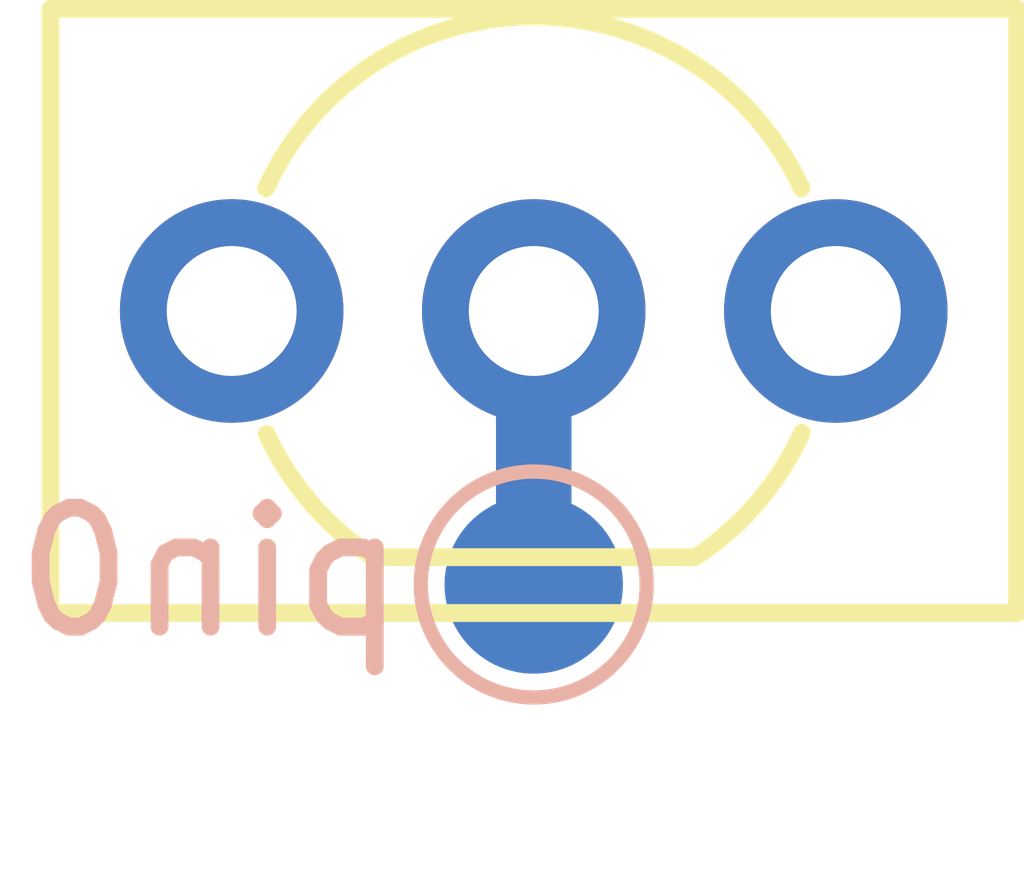
<source format=kicad_pcb>
(kicad_pcb (version 20171130) (host pcbnew "(5.1.9-0-10_14)")

  (general
    (thickness 1.6)
    (drawings 1)
    (tracks 1)
    (zones 0)
    (modules 2)
    (nets 4)
  )

  (page A4)
  (layers
    (0 F.Cu signal)
    (31 B.Cu signal)
    (32 B.Adhes user)
    (33 F.Adhes user)
    (34 B.Paste user)
    (35 F.Paste user)
    (36 B.SilkS user)
    (37 F.SilkS user)
    (38 B.Mask user)
    (39 F.Mask user)
    (40 Dwgs.User user)
    (41 Cmts.User user)
    (42 Eco1.User user)
    (43 Eco2.User user)
    (44 Edge.Cuts user)
    (45 Margin user)
    (46 B.CrtYd user hide)
    (47 F.CrtYd user hide)
    (48 B.Fab user hide)
    (49 F.Fab user hide)
  )

  (setup
    (last_trace_width 0.1524)
    (user_trace_width 0.1524)
    (user_trace_width 0.254)
    (user_trace_width 0.4064)
    (user_trace_width 0.635)
    (trace_clearance 0.1524)
    (zone_clearance 0.508)
    (zone_45_only no)
    (trace_min 0.1524)
    (via_size 0.6858)
    (via_drill 0.3048)
    (via_min_size 0.6858)
    (via_min_drill 0.3048)
    (uvia_size 0.3048)
    (uvia_drill 0.1524)
    (uvias_allowed no)
    (uvia_min_size 0.2)
    (uvia_min_drill 0.1)
    (edge_width 0.15)
    (segment_width 0.15)
    (pcb_text_width 0.3)
    (pcb_text_size 1.5 1.5)
    (mod_edge_width 0.15)
    (mod_text_size 1 1)
    (mod_text_width 0.15)
    (pad_size 1.8796 1.8796)
    (pad_drill 1.0922)
    (pad_to_mask_clearance 0.2)
    (aux_axis_origin 0 0)
    (visible_elements FFFFFF7F)
    (pcbplotparams
      (layerselection 0x010fc_ffffffff)
      (usegerberextensions false)
      (usegerberattributes false)
      (usegerberadvancedattributes false)
      (creategerberjobfile false)
      (excludeedgelayer true)
      (linewidth 0.100000)
      (plotframeref false)
      (viasonmask false)
      (mode 1)
      (useauxorigin false)
      (hpglpennumber 1)
      (hpglpenspeed 20)
      (hpglpendiameter 15.000000)
      (psnegative false)
      (psa4output false)
      (plotreference true)
      (plotvalue true)
      (plotinvisibletext false)
      (padsonsilk false)
      (subtractmaskfromsilk false)
      (outputformat 1)
      (mirror false)
      (drillshape 1)
      (scaleselection 1)
      (outputdirectory ""))
  )

  (net 0 "")
  (net 1 "Net-(Pin0-Pad1)")
  (net 2 GND)
  (net 3 +3V3)

  (net_class Default "This is the default net class."
    (clearance 0.1524)
    (trace_width 0.1524)
    (via_dia 0.6858)
    (via_drill 0.3048)
    (uvia_dia 0.3048)
    (uvia_drill 0.1524)
    (diff_pair_width 0.1524)
    (diff_pair_gap 0.1524)
    (add_net +3V3)
    (add_net GND)
    (add_net "Net-(Pin0-Pad1)")
  )

  (module Switch_Thonk:SW_SPDT_Dailywell (layer F.Cu) (tedit 623B60CF) (tstamp 608ACBB9)
    (at 0 0 90)
    (path /5FD259E4)
    (fp_text reference ZZ1 (at 0 5.08 90) (layer F.SilkS) hide
      (effects (font (size 1 1) (thickness 0.15)))
    )
    (fp_text value SW_SPDT (at 0 -5.08 90) (layer F.Fab)
      (effects (font (size 1 1) (thickness 0.15)))
    )
    (fp_line (start -2.0701 -1.35128) (end -2.0701 1.35128) (layer F.SilkS) (width 0.15))
    (fp_line (start 2.54 -4.064) (end 2.54 4.064) (layer F.SilkS) (width 0.15))
    (fp_line (start -2.54 -4.064) (end -2.54 4.064) (layer F.SilkS) (width 0.15))
    (fp_line (start -2.54 4.064) (end 2.54 4.064) (layer F.SilkS) (width 0.15))
    (fp_line (start -2.54 -4.064) (end 2.54 -4.064) (layer F.SilkS) (width 0.15))
    (fp_arc (start 0 0) (end 2.4765 0) (angle -65.38985762) (layer F.SilkS) (width 0.15))
    (fp_arc (start 0 0) (end -1.033779 -2.245359) (angle -32.27419574) (layer F.SilkS) (width 0.15))
    (fp_arc (start 0 0) (end 2.4765 0) (angle 65.4) (layer F.SilkS) (width 0.15))
    (fp_arc (start 0 0) (end -2.070099 1.358899) (angle -32.3) (layer F.SilkS) (width 0.15))
    (pad 2 thru_hole circle (at 0 0 90) (size 1.8796 1.8796) (drill 1.0922) (layers *.Cu *.Mask)
      (net 1 "Net-(Pin0-Pad1)"))
    (pad 3 thru_hole circle (at 0 -2.54 90) (size 1.8796 1.8796) (drill 1.0922) (layers *.Cu *.Mask)
      (net 2 GND))
    (pad 1 thru_hole circle (at 0 2.54 90) (size 1.8796 1.8796) (drill 1.0922) (layers *.Cu *.Mask)
      (net 3 +3V3))
  )

  (module TestPoint:TestPoint_Pad_D1.5mm (layer B.Cu) (tedit 5A0F774F) (tstamp 60B93912)
    (at 0 2.3)
    (descr "SMD pad as test Point, diameter 1.5mm")
    (tags "test point SMD pad")
    (path /60B942BC)
    (attr virtual)
    (fp_text reference Pin0 (at 0 -4.064) (layer B.SilkS) hide
      (effects (font (size 1 1) (thickness 0.15)) (justify mirror))
    )
    (fp_text value TestPoint (at 0 -1.75) (layer B.Fab)
      (effects (font (size 1 1) (thickness 0.15)) (justify mirror))
    )
    (fp_circle (center 0 0) (end 0 -0.95) (layer B.SilkS) (width 0.12))
    (fp_circle (center 0 0) (end 1.25 0) (layer B.CrtYd) (width 0.05))
    (fp_text user %R (at 0 1.65) (layer B.Fab)
      (effects (font (size 1 1) (thickness 0.15)) (justify mirror))
    )
    (pad 1 smd circle (at 0 0) (size 1.5 1.5) (layers B.Cu B.Mask)
      (net 1 "Net-(Pin0-Pad1)"))
  )

  (gr_text pin0 (at -1 2.2) (layer B.SilkS) (tstamp 60BA591C)
    (effects (font (size 1 1) (thickness 0.15)) (justify left mirror))
  )

  (segment (start 0 2.3) (end 0 0) (width 0.635) (layer B.Cu) (net 1))

)

</source>
